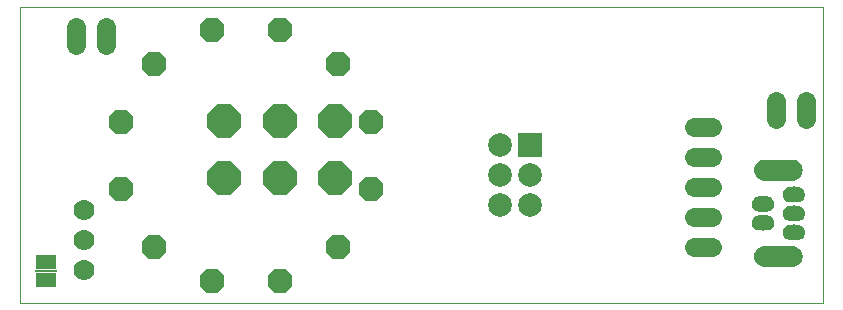
<source format=gbs>
G04 EAGLE Gerber RS-274X export*
G75*
%MOMM*%
%FSLAX34Y34*%
%LPD*%
%INBottom solder mask*%
%IPPOS*%
%AMOC8*
5,1,8,0,0,1.08239X$1,22.5*%
G01*
%ADD10C,0.000000*%
%ADD11P,3.037944X8X292.500000*%
%ADD12P,2.254402X8X292.500000*%
%ADD13C,1.625600*%
%ADD14R,1.701800X1.270000*%
%ADD15R,1.828800X0.152400*%
%ADD16C,1.778000*%
%ADD17C,1.309600*%
%ADD18C,1.701600*%
%ADD19R,2.006600X2.006600*%
%ADD20C,2.006600*%

G36*
X653546Y103080D02*
X653546Y103080D01*
X653574Y103078D01*
X655232Y103241D01*
X655270Y103253D01*
X655328Y103261D01*
X656923Y103744D01*
X656958Y103763D01*
X657013Y103782D01*
X658483Y104567D01*
X658513Y104593D01*
X658564Y104622D01*
X659852Y105679D01*
X659876Y105708D01*
X659900Y105724D01*
X659907Y105735D01*
X659921Y105748D01*
X660978Y107036D01*
X660997Y107071D01*
X661033Y107117D01*
X661818Y108587D01*
X661830Y108625D01*
X661856Y108677D01*
X662339Y110272D01*
X662343Y110311D01*
X662359Y110368D01*
X662522Y112026D01*
X662519Y112056D01*
X662523Y112079D01*
X662520Y112092D01*
X662522Y112124D01*
X662359Y113782D01*
X662347Y113820D01*
X662339Y113878D01*
X661856Y115473D01*
X661837Y115508D01*
X661818Y115563D01*
X661033Y117033D01*
X661008Y117063D01*
X660978Y117114D01*
X659921Y118402D01*
X659899Y118420D01*
X659897Y118423D01*
X659891Y118427D01*
X659852Y118471D01*
X658564Y119528D01*
X658529Y119547D01*
X658483Y119583D01*
X657013Y120368D01*
X656975Y120380D01*
X656923Y120406D01*
X655328Y120889D01*
X655289Y120893D01*
X655232Y120909D01*
X653574Y121072D01*
X653552Y121070D01*
X653525Y121074D01*
X630525Y121074D01*
X630504Y121070D01*
X630476Y121072D01*
X628818Y120909D01*
X628780Y120897D01*
X628722Y120889D01*
X627127Y120406D01*
X627092Y120387D01*
X627037Y120368D01*
X625567Y119583D01*
X625537Y119558D01*
X625486Y119528D01*
X624198Y118471D01*
X624173Y118441D01*
X624129Y118402D01*
X623072Y117114D01*
X623053Y117079D01*
X623017Y117033D01*
X622232Y115563D01*
X622220Y115525D01*
X622194Y115473D01*
X621711Y113878D01*
X621707Y113839D01*
X621691Y113782D01*
X621528Y112124D01*
X621532Y112085D01*
X621531Y112068D01*
X621527Y112046D01*
X621529Y112039D01*
X621528Y112026D01*
X621691Y110368D01*
X621703Y110330D01*
X621711Y110272D01*
X622194Y108677D01*
X622213Y108642D01*
X622232Y108587D01*
X623017Y107117D01*
X623043Y107087D01*
X623072Y107036D01*
X624129Y105748D01*
X624156Y105725D01*
X624174Y105701D01*
X624183Y105696D01*
X624198Y105679D01*
X625486Y104622D01*
X625521Y104603D01*
X625567Y104567D01*
X627037Y103782D01*
X627075Y103770D01*
X627127Y103744D01*
X628722Y103261D01*
X628761Y103257D01*
X628818Y103241D01*
X630476Y103078D01*
X630498Y103080D01*
X630525Y103076D01*
X653525Y103076D01*
X653546Y103080D01*
G37*
G36*
X653546Y30080D02*
X653546Y30080D01*
X653574Y30078D01*
X655232Y30241D01*
X655270Y30253D01*
X655328Y30261D01*
X656923Y30744D01*
X656958Y30763D01*
X657013Y30782D01*
X658483Y31567D01*
X658513Y31593D01*
X658564Y31622D01*
X659852Y32679D01*
X659876Y32708D01*
X659900Y32724D01*
X659907Y32735D01*
X659921Y32748D01*
X660978Y34036D01*
X660997Y34071D01*
X661033Y34117D01*
X661818Y35587D01*
X661830Y35625D01*
X661856Y35677D01*
X662339Y37272D01*
X662343Y37311D01*
X662359Y37368D01*
X662522Y39026D01*
X662519Y39056D01*
X662523Y39079D01*
X662520Y39092D01*
X662522Y39124D01*
X662359Y40782D01*
X662347Y40820D01*
X662339Y40878D01*
X661856Y42473D01*
X661837Y42508D01*
X661818Y42563D01*
X661033Y44033D01*
X661008Y44063D01*
X660978Y44114D01*
X659921Y45402D01*
X659899Y45420D01*
X659897Y45423D01*
X659891Y45427D01*
X659852Y45471D01*
X658564Y46528D01*
X658529Y46547D01*
X658483Y46583D01*
X657013Y47368D01*
X656975Y47380D01*
X656923Y47406D01*
X655328Y47889D01*
X655289Y47893D01*
X655232Y47909D01*
X653574Y48072D01*
X653552Y48070D01*
X653525Y48074D01*
X630525Y48074D01*
X630504Y48070D01*
X630476Y48072D01*
X628818Y47909D01*
X628780Y47897D01*
X628722Y47889D01*
X627127Y47406D01*
X627092Y47387D01*
X627037Y47368D01*
X625567Y46583D01*
X625537Y46558D01*
X625486Y46528D01*
X624198Y45471D01*
X624173Y45441D01*
X624129Y45402D01*
X623072Y44114D01*
X623053Y44079D01*
X623017Y44033D01*
X622232Y42563D01*
X622220Y42525D01*
X622194Y42473D01*
X621711Y40878D01*
X621707Y40839D01*
X621691Y40782D01*
X621528Y39124D01*
X621532Y39085D01*
X621531Y39068D01*
X621527Y39046D01*
X621529Y39039D01*
X621528Y39026D01*
X621691Y37368D01*
X621703Y37330D01*
X621711Y37272D01*
X622194Y35677D01*
X622213Y35642D01*
X622232Y35587D01*
X623017Y34117D01*
X623043Y34087D01*
X623072Y34036D01*
X624129Y32748D01*
X624156Y32725D01*
X624174Y32701D01*
X624183Y32696D01*
X624198Y32679D01*
X625486Y31622D01*
X625521Y31603D01*
X625567Y31567D01*
X627037Y30782D01*
X627075Y30770D01*
X627127Y30744D01*
X628722Y30261D01*
X628761Y30257D01*
X628818Y30241D01*
X630476Y30078D01*
X630498Y30080D01*
X630525Y30076D01*
X653525Y30076D01*
X653546Y30080D01*
G37*
G36*
X658046Y85080D02*
X658046Y85080D01*
X658074Y85078D01*
X659244Y85193D01*
X659282Y85205D01*
X659340Y85213D01*
X660466Y85554D01*
X660501Y85573D01*
X660556Y85591D01*
X661594Y86146D01*
X661624Y86171D01*
X661675Y86200D01*
X662584Y86946D01*
X662609Y86977D01*
X662654Y87016D01*
X663400Y87925D01*
X663418Y87960D01*
X663454Y88006D01*
X664009Y89044D01*
X664020Y89082D01*
X664046Y89134D01*
X664387Y90260D01*
X664391Y90299D01*
X664407Y90356D01*
X664522Y91526D01*
X664519Y91557D01*
X664523Y91583D01*
X664520Y91596D01*
X664522Y91624D01*
X664407Y92794D01*
X664395Y92832D01*
X664387Y92890D01*
X664046Y94016D01*
X664027Y94051D01*
X664009Y94106D01*
X663454Y95144D01*
X663429Y95174D01*
X663400Y95225D01*
X662654Y96134D01*
X662623Y96159D01*
X662584Y96204D01*
X661675Y96950D01*
X661640Y96968D01*
X661594Y97004D01*
X660556Y97559D01*
X660519Y97570D01*
X660466Y97596D01*
X659340Y97937D01*
X659301Y97941D01*
X659244Y97957D01*
X658074Y98072D01*
X658052Y98070D01*
X658025Y98074D01*
X652025Y98074D01*
X652004Y98070D01*
X651976Y98072D01*
X650806Y97957D01*
X650768Y97945D01*
X650710Y97937D01*
X649584Y97596D01*
X649549Y97577D01*
X649494Y97559D01*
X648456Y97004D01*
X648426Y96979D01*
X648375Y96950D01*
X647466Y96204D01*
X647441Y96173D01*
X647396Y96134D01*
X646650Y95225D01*
X646632Y95190D01*
X646596Y95144D01*
X646041Y94106D01*
X646030Y94069D01*
X646004Y94016D01*
X645663Y92890D01*
X645659Y92851D01*
X645643Y92794D01*
X645528Y91624D01*
X645532Y91585D01*
X645532Y91578D01*
X645527Y91549D01*
X645529Y91540D01*
X645528Y91526D01*
X645643Y90356D01*
X645655Y90318D01*
X645663Y90260D01*
X646004Y89134D01*
X646023Y89099D01*
X646041Y89044D01*
X646596Y88006D01*
X646621Y87976D01*
X646650Y87925D01*
X647396Y87016D01*
X647427Y86991D01*
X647466Y86946D01*
X648375Y86200D01*
X648410Y86182D01*
X648456Y86146D01*
X649494Y85591D01*
X649532Y85580D01*
X649584Y85554D01*
X650710Y85213D01*
X650749Y85209D01*
X650806Y85193D01*
X651976Y85078D01*
X651998Y85080D01*
X652025Y85076D01*
X658025Y85076D01*
X658046Y85080D01*
G37*
G36*
X632046Y77080D02*
X632046Y77080D01*
X632074Y77078D01*
X633244Y77193D01*
X633282Y77205D01*
X633340Y77213D01*
X634466Y77554D01*
X634501Y77573D01*
X634556Y77591D01*
X635594Y78146D01*
X635624Y78171D01*
X635675Y78200D01*
X636584Y78946D01*
X636609Y78977D01*
X636654Y79016D01*
X637400Y79925D01*
X637418Y79960D01*
X637454Y80006D01*
X638009Y81044D01*
X638020Y81082D01*
X638046Y81134D01*
X638387Y82260D01*
X638391Y82299D01*
X638407Y82356D01*
X638522Y83526D01*
X638519Y83557D01*
X638523Y83583D01*
X638520Y83596D01*
X638522Y83624D01*
X638407Y84794D01*
X638395Y84832D01*
X638387Y84890D01*
X638046Y86016D01*
X638027Y86051D01*
X638009Y86106D01*
X637454Y87144D01*
X637429Y87174D01*
X637400Y87225D01*
X636654Y88134D01*
X636623Y88159D01*
X636584Y88204D01*
X635675Y88950D01*
X635640Y88968D01*
X635594Y89004D01*
X634556Y89559D01*
X634519Y89570D01*
X634466Y89596D01*
X633340Y89937D01*
X633301Y89941D01*
X633244Y89957D01*
X632074Y90072D01*
X632052Y90070D01*
X632025Y90074D01*
X626025Y90074D01*
X626004Y90070D01*
X625976Y90072D01*
X624806Y89957D01*
X624768Y89945D01*
X624710Y89937D01*
X623584Y89596D01*
X623549Y89577D01*
X623494Y89559D01*
X622456Y89004D01*
X622426Y88979D01*
X622375Y88950D01*
X621466Y88204D01*
X621441Y88173D01*
X621396Y88134D01*
X620650Y87225D01*
X620632Y87190D01*
X620596Y87144D01*
X620041Y86106D01*
X620030Y86069D01*
X620004Y86016D01*
X619663Y84890D01*
X619659Y84851D01*
X619643Y84794D01*
X619528Y83624D01*
X619532Y83585D01*
X619532Y83578D01*
X619527Y83549D01*
X619529Y83540D01*
X619528Y83526D01*
X619643Y82356D01*
X619655Y82318D01*
X619663Y82260D01*
X620004Y81134D01*
X620023Y81099D01*
X620041Y81044D01*
X620596Y80006D01*
X620621Y79976D01*
X620650Y79925D01*
X621396Y79016D01*
X621427Y78991D01*
X621466Y78946D01*
X622375Y78200D01*
X622410Y78182D01*
X622456Y78146D01*
X623494Y77591D01*
X623532Y77580D01*
X623584Y77554D01*
X624710Y77213D01*
X624749Y77209D01*
X624806Y77193D01*
X625976Y77078D01*
X625998Y77080D01*
X626025Y77076D01*
X632025Y77076D01*
X632046Y77080D01*
G37*
G36*
X658046Y69080D02*
X658046Y69080D01*
X658074Y69078D01*
X659244Y69193D01*
X659282Y69205D01*
X659340Y69213D01*
X660466Y69554D01*
X660501Y69573D01*
X660556Y69591D01*
X661594Y70146D01*
X661624Y70171D01*
X661675Y70200D01*
X662584Y70946D01*
X662609Y70977D01*
X662654Y71016D01*
X663400Y71925D01*
X663418Y71960D01*
X663454Y72006D01*
X664009Y73044D01*
X664020Y73082D01*
X664046Y73134D01*
X664387Y74260D01*
X664391Y74299D01*
X664407Y74356D01*
X664522Y75526D01*
X664519Y75557D01*
X664523Y75583D01*
X664520Y75596D01*
X664522Y75624D01*
X664407Y76794D01*
X664395Y76832D01*
X664387Y76890D01*
X664046Y78016D01*
X664027Y78051D01*
X664009Y78106D01*
X663454Y79144D01*
X663429Y79174D01*
X663400Y79225D01*
X662654Y80134D01*
X662623Y80159D01*
X662584Y80204D01*
X661675Y80950D01*
X661640Y80968D01*
X661594Y81004D01*
X660556Y81559D01*
X660519Y81570D01*
X660466Y81596D01*
X659340Y81937D01*
X659301Y81941D01*
X659244Y81957D01*
X658074Y82072D01*
X658052Y82070D01*
X658025Y82074D01*
X652025Y82074D01*
X652004Y82070D01*
X651976Y82072D01*
X650806Y81957D01*
X650768Y81945D01*
X650710Y81937D01*
X649584Y81596D01*
X649549Y81577D01*
X649494Y81559D01*
X648456Y81004D01*
X648426Y80979D01*
X648375Y80950D01*
X647466Y80204D01*
X647441Y80173D01*
X647396Y80134D01*
X646650Y79225D01*
X646632Y79190D01*
X646596Y79144D01*
X646041Y78106D01*
X646030Y78069D01*
X646004Y78016D01*
X645663Y76890D01*
X645659Y76851D01*
X645643Y76794D01*
X645528Y75624D01*
X645532Y75585D01*
X645532Y75578D01*
X645527Y75549D01*
X645529Y75540D01*
X645528Y75526D01*
X645643Y74356D01*
X645655Y74318D01*
X645663Y74260D01*
X646004Y73134D01*
X646023Y73099D01*
X646041Y73044D01*
X646596Y72006D01*
X646621Y71976D01*
X646650Y71925D01*
X647396Y71016D01*
X647427Y70991D01*
X647466Y70946D01*
X648375Y70200D01*
X648410Y70182D01*
X648456Y70146D01*
X649494Y69591D01*
X649532Y69580D01*
X649584Y69554D01*
X650710Y69213D01*
X650749Y69209D01*
X650806Y69193D01*
X651976Y69078D01*
X651998Y69080D01*
X652025Y69076D01*
X658025Y69076D01*
X658046Y69080D01*
G37*
G36*
X632046Y61080D02*
X632046Y61080D01*
X632074Y61078D01*
X633244Y61193D01*
X633282Y61205D01*
X633340Y61213D01*
X634466Y61554D01*
X634501Y61573D01*
X634556Y61591D01*
X635594Y62146D01*
X635624Y62171D01*
X635675Y62200D01*
X636584Y62946D01*
X636609Y62977D01*
X636654Y63016D01*
X637400Y63925D01*
X637418Y63960D01*
X637454Y64006D01*
X638009Y65044D01*
X638020Y65082D01*
X638046Y65134D01*
X638387Y66260D01*
X638391Y66299D01*
X638407Y66356D01*
X638522Y67526D01*
X638519Y67557D01*
X638523Y67583D01*
X638520Y67596D01*
X638522Y67624D01*
X638407Y68794D01*
X638395Y68832D01*
X638387Y68890D01*
X638046Y70016D01*
X638027Y70051D01*
X638009Y70106D01*
X637454Y71144D01*
X637429Y71174D01*
X637400Y71225D01*
X636654Y72134D01*
X636623Y72159D01*
X636584Y72204D01*
X635675Y72950D01*
X635640Y72968D01*
X635594Y73004D01*
X634556Y73559D01*
X634519Y73570D01*
X634466Y73596D01*
X633340Y73937D01*
X633301Y73941D01*
X633244Y73957D01*
X632074Y74072D01*
X632052Y74070D01*
X632025Y74074D01*
X626025Y74074D01*
X626004Y74070D01*
X625976Y74072D01*
X624806Y73957D01*
X624768Y73945D01*
X624710Y73937D01*
X623584Y73596D01*
X623549Y73577D01*
X623494Y73559D01*
X622456Y73004D01*
X622426Y72979D01*
X622375Y72950D01*
X621466Y72204D01*
X621441Y72173D01*
X621396Y72134D01*
X620650Y71225D01*
X620632Y71190D01*
X620596Y71144D01*
X620041Y70106D01*
X620030Y70069D01*
X620004Y70016D01*
X619663Y68890D01*
X619659Y68851D01*
X619643Y68794D01*
X619528Y67624D01*
X619532Y67585D01*
X619532Y67578D01*
X619527Y67549D01*
X619529Y67540D01*
X619528Y67526D01*
X619643Y66356D01*
X619655Y66318D01*
X619663Y66260D01*
X620004Y65134D01*
X620023Y65099D01*
X620041Y65044D01*
X620596Y64006D01*
X620621Y63976D01*
X620650Y63925D01*
X621396Y63016D01*
X621427Y62991D01*
X621466Y62946D01*
X622375Y62200D01*
X622410Y62182D01*
X622456Y62146D01*
X623494Y61591D01*
X623532Y61580D01*
X623584Y61554D01*
X624710Y61213D01*
X624749Y61209D01*
X624806Y61193D01*
X625976Y61078D01*
X625998Y61080D01*
X626025Y61076D01*
X632025Y61076D01*
X632046Y61080D01*
G37*
G36*
X658046Y53080D02*
X658046Y53080D01*
X658074Y53078D01*
X659244Y53193D01*
X659282Y53205D01*
X659340Y53213D01*
X660466Y53554D01*
X660501Y53573D01*
X660556Y53591D01*
X661594Y54146D01*
X661624Y54171D01*
X661675Y54200D01*
X662584Y54946D01*
X662609Y54977D01*
X662654Y55016D01*
X663400Y55925D01*
X663418Y55960D01*
X663454Y56006D01*
X664009Y57044D01*
X664020Y57082D01*
X664046Y57134D01*
X664387Y58260D01*
X664391Y58299D01*
X664407Y58356D01*
X664522Y59526D01*
X664519Y59557D01*
X664523Y59583D01*
X664520Y59596D01*
X664522Y59624D01*
X664407Y60794D01*
X664395Y60832D01*
X664387Y60890D01*
X664046Y62016D01*
X664027Y62051D01*
X664009Y62106D01*
X663454Y63144D01*
X663429Y63174D01*
X663400Y63225D01*
X662654Y64134D01*
X662623Y64159D01*
X662584Y64204D01*
X661675Y64950D01*
X661640Y64968D01*
X661594Y65004D01*
X660556Y65559D01*
X660519Y65570D01*
X660466Y65596D01*
X659340Y65937D01*
X659301Y65941D01*
X659244Y65957D01*
X658074Y66072D01*
X658052Y66070D01*
X658025Y66074D01*
X652025Y66074D01*
X652004Y66070D01*
X651976Y66072D01*
X650806Y65957D01*
X650768Y65945D01*
X650710Y65937D01*
X649584Y65596D01*
X649549Y65577D01*
X649494Y65559D01*
X648456Y65004D01*
X648426Y64979D01*
X648375Y64950D01*
X647466Y64204D01*
X647441Y64173D01*
X647396Y64134D01*
X646650Y63225D01*
X646632Y63190D01*
X646596Y63144D01*
X646041Y62106D01*
X646030Y62069D01*
X646004Y62016D01*
X645663Y60890D01*
X645659Y60851D01*
X645643Y60794D01*
X645528Y59624D01*
X645532Y59585D01*
X645532Y59578D01*
X645527Y59549D01*
X645529Y59540D01*
X645528Y59526D01*
X645643Y58356D01*
X645655Y58318D01*
X645663Y58260D01*
X646004Y57134D01*
X646023Y57099D01*
X646041Y57044D01*
X646596Y56006D01*
X646621Y55976D01*
X646650Y55925D01*
X647396Y55016D01*
X647427Y54991D01*
X647466Y54946D01*
X648375Y54200D01*
X648410Y54182D01*
X648456Y54146D01*
X649494Y53591D01*
X649532Y53580D01*
X649584Y53554D01*
X650710Y53213D01*
X650749Y53209D01*
X650806Y53193D01*
X651976Y53078D01*
X651998Y53080D01*
X652025Y53076D01*
X658025Y53076D01*
X658046Y53080D01*
G37*
D10*
X0Y0D02*
X680000Y0D01*
X680000Y250000D01*
X0Y250000D01*
X0Y0D01*
D11*
X219952Y153402D03*
D12*
X268974Y202424D03*
X297422Y153148D03*
X297422Y96252D03*
X268974Y46976D03*
X219698Y18528D03*
X162802Y18528D03*
X113526Y46976D03*
X85078Y96252D03*
X85078Y153148D03*
X113526Y202424D03*
X162802Y230872D03*
X219698Y230872D03*
D13*
X570765Y46700D02*
X586005Y46700D01*
X586005Y72100D02*
X570765Y72100D01*
X570765Y97500D02*
X586005Y97500D01*
X586005Y122900D02*
X570765Y122900D01*
X570765Y148300D02*
X586005Y148300D01*
D14*
X21918Y19170D03*
X21918Y34410D03*
D15*
X21918Y26790D03*
D13*
X46990Y217805D02*
X46990Y233045D01*
X72390Y233045D02*
X72390Y217805D01*
D16*
X53721Y52959D03*
X53721Y27559D03*
X53721Y78359D03*
D17*
X655025Y75575D03*
X655025Y91575D03*
X655025Y59575D03*
X629025Y67575D03*
X629025Y83575D03*
D18*
X642025Y112075D03*
X642025Y39075D03*
D13*
X665780Y155595D02*
X665780Y170835D01*
X640380Y170835D02*
X640380Y155595D01*
D11*
X267018Y153353D03*
X173038Y153353D03*
X173038Y105093D03*
X220028Y105093D03*
X267018Y105093D03*
D19*
X431800Y133350D03*
D20*
X406400Y133350D03*
X431800Y107950D03*
X406400Y107950D03*
X431800Y82550D03*
X406400Y82550D03*
M02*

</source>
